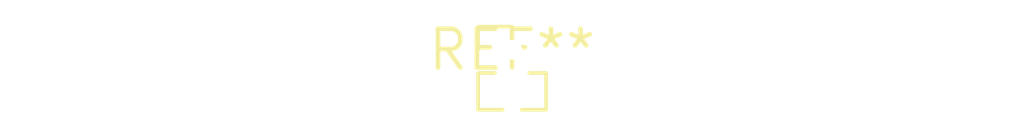
<source format=kicad_pcb>
(kicad_pcb (version 20240108) (generator pcbnew)
  (layers (0 "F.Cu" signal) (31 "B.Cu" signal) (34 "B.Paste" user) (35 "F.Paste" user) (36 "B.SilkS" user "B.Silkscreen") (37 "F.SilkS" user "F.Silkscreen") (38 "B.Mask" user) (39 "F.Mask" user) (44 "Edge.Cuts" user))
  (net 0 "")
  (footprint "PinHeader_1x02_P1.27mm_Vertical" (layer "F.Cu") (at 0 0)
    (property "Reference" "REF**")
    (property "Value" "PinHeader_1x02_P1.27mm_Vertical")
    (fp_line (start -1.11 -0.76) (end 0 -0.76) (layer "F.SilkS") (stroke (width 0.12)))
    (fp_line (start -1.11 0) (end -1.11 -0.76) (layer "F.SilkS") (stroke (width 0.12)))
    (fp_line (start -1.11 0.76) (end -1.11 1.965) (layer "F.SilkS") (stroke (width 0.12)))
    (fp_line (start -1.11 0.76) (end -0.563471 0.76) (layer "F.SilkS") (stroke (width 0.12)))
    (fp_line (start -1.11 1.965) (end -0.30753 1.965) (layer "F.SilkS") (stroke (width 0.12)))
    (fp_line (start 0.30753 1.965) (end 1.11 1.965) (layer "F.SilkS") (stroke (width 0.12)))
    (fp_line (start 0.563471 0.76) (end 1.11 0.76) (layer "F.SilkS") (stroke (width 0.12)))
    (fp_line (start 1.11 0.76) (end 1.11 1.965) (layer "F.SilkS") (stroke (width 0.12)))
    (pad "1" thru_hole rect (at 0 0) (size 1 1) (drill 0.65) (layers *.Cu *.Mask) (remove_unused_layers))
    (pad "2" thru_hole oval (at 0 1.27) (size 1 1) (drill 0.65) (layers *.Cu *.Mask) (remove_unused_layers))
  )
)
</source>
